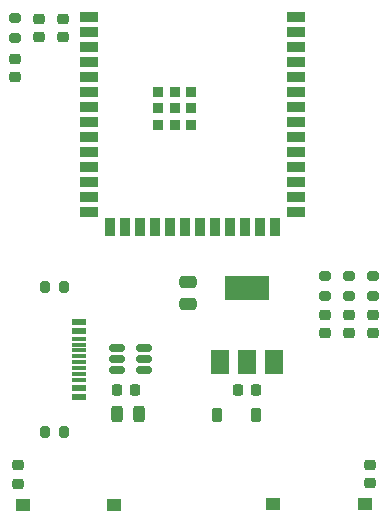
<source format=gbr>
%TF.GenerationSoftware,KiCad,Pcbnew,7.0.5-7.0.5~ubuntu23.04.1*%
%TF.CreationDate,2023-06-30T21:45:37+02:00*%
%TF.ProjectId,ESP32_UniBoard_panelized,45535033-325f-4556-9e69-426f6172645f,rev?*%
%TF.SameCoordinates,Original*%
%TF.FileFunction,Paste,Top*%
%TF.FilePolarity,Positive*%
%FSLAX46Y46*%
G04 Gerber Fmt 4.6, Leading zero omitted, Abs format (unit mm)*
G04 Created by KiCad (PCBNEW 7.0.5-7.0.5~ubuntu23.04.1) date 2023-06-30 21:45:37*
%MOMM*%
%LPD*%
G01*
G04 APERTURE LIST*
G04 Aperture macros list*
%AMRoundRect*
0 Rectangle with rounded corners*
0 $1 Rounding radius*
0 $2 $3 $4 $5 $6 $7 $8 $9 X,Y pos of 4 corners*
0 Add a 4 corners polygon primitive as box body*
4,1,4,$2,$3,$4,$5,$6,$7,$8,$9,$2,$3,0*
0 Add four circle primitives for the rounded corners*
1,1,$1+$1,$2,$3*
1,1,$1+$1,$4,$5*
1,1,$1+$1,$6,$7*
1,1,$1+$1,$8,$9*
0 Add four rect primitives between the rounded corners*
20,1,$1+$1,$2,$3,$4,$5,0*
20,1,$1+$1,$4,$5,$6,$7,0*
20,1,$1+$1,$6,$7,$8,$9,0*
20,1,$1+$1,$8,$9,$2,$3,0*%
G04 Aperture macros list end*
%ADD10R,1.250000X1.000000*%
%ADD11RoundRect,0.225000X-0.250000X0.225000X-0.250000X-0.225000X0.250000X-0.225000X0.250000X0.225000X0*%
%ADD12RoundRect,0.200000X-0.275000X0.200000X-0.275000X-0.200000X0.275000X-0.200000X0.275000X0.200000X0*%
%ADD13RoundRect,0.218750X0.256250X-0.218750X0.256250X0.218750X-0.256250X0.218750X-0.256250X-0.218750X0*%
%ADD14R,1.500000X0.900000*%
%ADD15R,0.900000X1.500000*%
%ADD16R,0.900000X0.900000*%
%ADD17RoundRect,0.243750X-0.243750X-0.456250X0.243750X-0.456250X0.243750X0.456250X-0.243750X0.456250X0*%
%ADD18RoundRect,0.200000X-0.200000X-0.275000X0.200000X-0.275000X0.200000X0.275000X-0.200000X0.275000X0*%
%ADD19RoundRect,0.225000X0.250000X-0.225000X0.250000X0.225000X-0.250000X0.225000X-0.250000X-0.225000X0*%
%ADD20RoundRect,0.225000X0.225000X0.250000X-0.225000X0.250000X-0.225000X-0.250000X0.225000X-0.250000X0*%
%ADD21R,1.240000X0.600000*%
%ADD22R,1.240000X0.300000*%
%ADD23RoundRect,0.150000X-0.512500X-0.150000X0.512500X-0.150000X0.512500X0.150000X-0.512500X0.150000X0*%
%ADD24RoundRect,0.225000X-0.225000X-0.250000X0.225000X-0.250000X0.225000X0.250000X-0.225000X0.250000X0*%
%ADD25R,1.500000X2.000000*%
%ADD26R,3.800000X2.000000*%
%ADD27RoundRect,0.225000X0.225000X0.375000X-0.225000X0.375000X-0.225000X-0.375000X0.225000X-0.375000X0*%
%ADD28RoundRect,0.250000X-0.475000X0.250000X-0.475000X-0.250000X0.475000X-0.250000X0.475000X0.250000X0*%
G04 APERTURE END LIST*
D10*
%TO.C,SW1*%
X114492300Y-93303200D03*
X106742300Y-93303200D03*
%TD*%
D11*
%TO.C,C2*%
X106317300Y-89978200D03*
X106317300Y-91528200D03*
%TD*%
%TO.C,C5*%
X136192300Y-89928200D03*
X136192300Y-91478200D03*
%TD*%
D10*
%TO.C,SW2*%
X127967300Y-93253200D03*
X135717300Y-93253200D03*
%TD*%
D12*
%TO.C,R4*%
X132320400Y-73962600D03*
X132320400Y-75612600D03*
%TD*%
D13*
%TO.C,D2*%
X132320400Y-78792500D03*
X132320400Y-77217500D03*
%TD*%
%TO.C,D4*%
X136423500Y-78792500D03*
X136423500Y-77217500D03*
%TD*%
D12*
%TO.C,R6*%
X136423500Y-73962600D03*
X136423500Y-75612600D03*
%TD*%
D13*
%TO.C,D3*%
X134391500Y-78792500D03*
X134391500Y-77217500D03*
%TD*%
D12*
%TO.C,R5*%
X134391500Y-73962600D03*
X134391500Y-75612600D03*
%TD*%
D14*
%TO.C,U1*%
X112367300Y-52043200D03*
X112367300Y-53313200D03*
X112367300Y-54583200D03*
X112367300Y-55853200D03*
X112367300Y-57123200D03*
X112367300Y-58393200D03*
X112367300Y-59663200D03*
X112367300Y-60933200D03*
X112367300Y-62203200D03*
X112367300Y-63473200D03*
X112367300Y-64743200D03*
X112367300Y-66013200D03*
X112367300Y-67283200D03*
X112367300Y-68553200D03*
D15*
X114132300Y-69803200D03*
X115402300Y-69803200D03*
X116672300Y-69803200D03*
X117942300Y-69803200D03*
X119212300Y-69803200D03*
X120482300Y-69803200D03*
X121752300Y-69803200D03*
X123022300Y-69803200D03*
X124292300Y-69803200D03*
X125562300Y-69803200D03*
X126832300Y-69803200D03*
X128102300Y-69803200D03*
D14*
X129867300Y-68553200D03*
X129867300Y-67283200D03*
X129867300Y-66013200D03*
X129867300Y-64743200D03*
X129867300Y-63473200D03*
X129867300Y-62203200D03*
X129867300Y-60933200D03*
X129867300Y-59663200D03*
X129867300Y-58393200D03*
X129867300Y-57123200D03*
X129867300Y-55853200D03*
X129867300Y-54583200D03*
X129867300Y-53313200D03*
X129867300Y-52043200D03*
D16*
X118217300Y-58363200D03*
X118217300Y-59763200D03*
X118217300Y-61163200D03*
X119617300Y-58363200D03*
X119617300Y-59763200D03*
X119617300Y-61163200D03*
X121017300Y-58363200D03*
X121017300Y-59763200D03*
X121017300Y-61163200D03*
%TD*%
D17*
%TO.C,F1*%
X114752800Y-85603200D03*
X116627800Y-85603200D03*
%TD*%
D18*
%TO.C,R2*%
X108640100Y-87182800D03*
X110290100Y-87182800D03*
%TD*%
D19*
%TO.C,C4*%
X110195300Y-53712200D03*
X110195300Y-52162200D03*
%TD*%
D12*
%TO.C,R3*%
X106089300Y-52112300D03*
X106089300Y-53762300D03*
%TD*%
D20*
%TO.C,C8*%
X126504800Y-83603200D03*
X124954800Y-83603200D03*
%TD*%
D21*
%TO.C,J1*%
X111529500Y-77803200D03*
X111529500Y-78603200D03*
D22*
X111529500Y-79753200D03*
X111529500Y-80753200D03*
X111529500Y-81253200D03*
X111529500Y-82253200D03*
D21*
X111529500Y-83403200D03*
X111529500Y-84203200D03*
X111529500Y-84203200D03*
X111529500Y-83403200D03*
D22*
X111529500Y-82753200D03*
X111529500Y-81753200D03*
X111529500Y-80253200D03*
X111529500Y-79253200D03*
D21*
X111529500Y-78603200D03*
X111529500Y-77803200D03*
%TD*%
D23*
%TO.C,U3*%
X114752800Y-80003200D03*
X114752800Y-80953200D03*
X114752800Y-81903200D03*
X117027800Y-81903200D03*
X117027800Y-80953200D03*
X117027800Y-80003200D03*
%TD*%
D24*
%TO.C,C9*%
X114708900Y-83603200D03*
X116258900Y-83603200D03*
%TD*%
D19*
%TO.C,C3*%
X108117300Y-53712300D03*
X108117300Y-52162300D03*
%TD*%
D25*
%TO.C,U2*%
X123429800Y-81253200D03*
X125729800Y-81253200D03*
D26*
X125729800Y-74953200D03*
D25*
X128029800Y-81253200D03*
%TD*%
D18*
%TO.C,R1*%
X108640100Y-74864600D03*
X110290100Y-74864600D03*
%TD*%
D11*
%TO.C,C1*%
X106089300Y-55562300D03*
X106089300Y-57112300D03*
%TD*%
D27*
%TO.C,D1*%
X126500000Y-85700000D03*
X123200000Y-85700000D03*
%TD*%
D28*
%TO.C,C6*%
X120717300Y-74453200D03*
X120717300Y-76353200D03*
%TD*%
M02*

</source>
